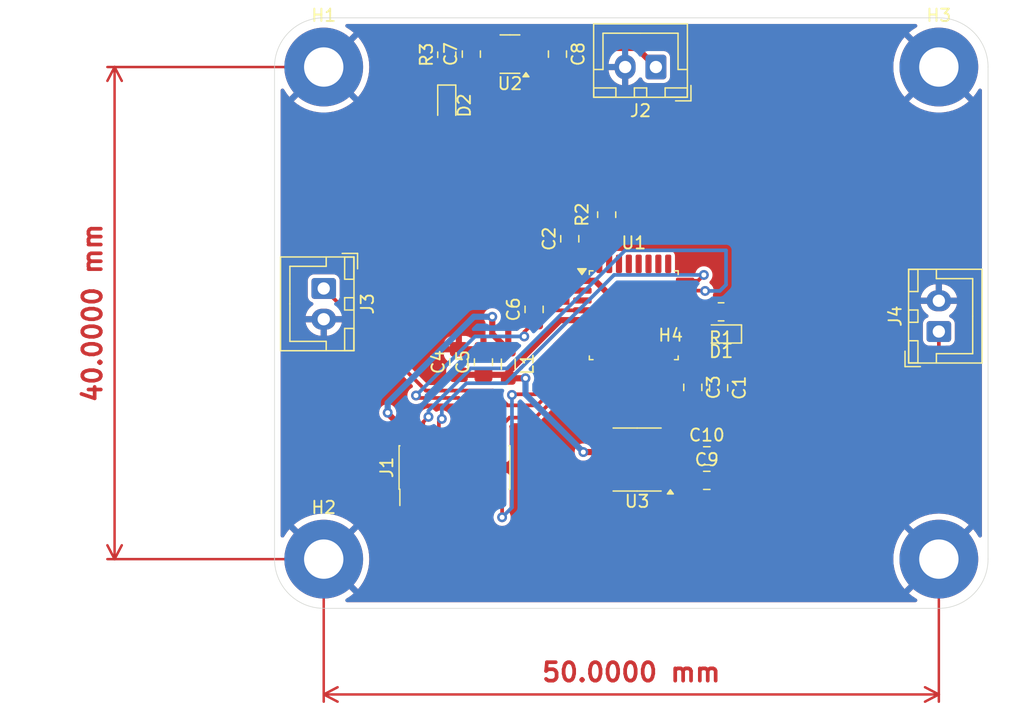
<source format=kicad_pcb>
(kicad_pcb (version 20221018) (generator pcbnew)
  (layers (0 "F.Cu" signal) (31 "B.Cu" signal) (34 "B.Paste" user) (35 "F.Paste" user) (36 "B.SilkS" user "B.Silkscreen") (37 "F.SilkS" user "F.Silkscreen") (38 "B.Mask" user) (39 "F.Mask" user) (44 "Edge.Cuts" user))
  (net 0 "")
  (net 1 "+3.3V")
  (net 2 "GND")
  (net 3 "+3.3VA")
  (net 4 "NRST")
  (net 5 "+5V")
  (net 6 "Net-(D1-K)")
  (net 7 "LED_STATUS")
  (net 8 "Net-(D2-K)")
  (net 11 "SWDIO")
  (net 15 "USART2_RX")
  (net 16 "USART2_TX")
  (net 17 "ADC_IN1")
  (net 18 "DAC_OUT")
  (net 19 "Net-(U1-PB9)")
  (net 22 "DAC_nLDAC")
  (net 23 "DAC_nCS")
  (net 24 "SPI1_SCK")
  (net 26 "SPI1_MOSI")
  (net 33 "SWCLK")
  (footprint "Capacitor_SMD:C_0805_2012Metric_Pad1.18x1.45mm_HandSolder" (layer "F.Cu") (at 97.1 59.7 90)
    (fp_text reference "C6" (at 0 -1.68 90) (layer "F.SilkS"))
    (fp_text value "100n")
    (fp_line (start -0.261252 -0.735) (end 0.261252 -0.735) (stroke (width 0.12)) (layer "F.SilkS"))
    (fp_line (start -0.261252 0.735) (end 0.261252 0.735) (stroke (width 0.12)) (layer "F.SilkS"))
    (pad "1" smd roundrect (at -1.0375 0 90) (size 1.175 1.45) (layers "F.Cu" "F.Paste" "F.Mask") (roundrect_rratio 0.212766) (net 4 "NRST"))
    (pad "2" smd roundrect (at 1.0375 0 90) (size 1.175 1.45) (layers "F.Cu" "F.Paste" "F.Mask") (roundrect_rratio 0.212766) (net 2 "GND"))
  )
  (footprint "Capacitor_SMD:C_0805_2012Metric_Pad1.18x1.45mm_HandSolder" (layer "F.Cu") (at 111.1375 73.6)
    (fp_text reference "C9" (at 0 -1.68) (layer "F.SilkS"))
    (fp_text value "100n")
    (fp_line (start -0.261252 -0.735) (end 0.261252 -0.735) (stroke (width 0.12)) (layer "F.SilkS"))
    (fp_line (start -0.261252 0.735) (end 0.261252 0.735) (stroke (width 0.12)) (layer "F.SilkS"))
    (pad "1" smd roundrect (at -1.0375 0) (size 1.175 1.45) (layers "F.Cu" "F.Paste" "F.Mask") (roundrect_rratio 0.212766) (net 3 "+3.3VA"))
    (pad "2" smd roundrect (at 1.0375 0) (size 1.175 1.45) (layers "F.Cu" "F.Paste" "F.Mask") (roundrect_rratio 0.212766) (net 2 "GND"))
  )
  (footprint "MountingHole:MountingHole_3.2mm_M3_Pad" (layer "F.Cu") (at 80 40)
    (fp_text reference "H1" (at 0 -4.2) (layer "F.SilkS"))
    (fp_text value "MountingHole_Pad")
    (pad "1" thru_hole circle (at 0 0) (size 6.4 6.4) (drill 3.2) (layers "*.Cu" "*.Mask") (net 2 "GND"))
  )
  (footprint "Capacitor_SMD:C_0805_2012Metric_Pad1.18x1.45mm_HandSolder" (layer "F.Cu") (at 111.1375 71.6)
    (fp_text reference "C10" (at 0 -1.68) (layer "F.SilkS"))
    (fp_text value "10u")
    (fp_line (start -0.261252 -0.735) (end 0.261252 -0.735) (stroke (width 0.12)) (layer "F.SilkS"))
    (fp_line (start -0.261252 0.735) (end 0.261252 0.735) (stroke (width 0.12)) (layer "F.SilkS"))
    (pad "1" smd roundrect (at -1.0375 0) (size 1.175 1.45) (layers "F.Cu" "F.Paste" "F.Mask") (roundrect_rratio 0.212766) (net 3 "+3.3VA"))
    (pad "2" smd roundrect (at 1.0375 0) (size 1.175 1.45) (layers "F.Cu" "F.Paste" "F.Mask") (roundrect_rratio 0.212766) (net 2 "GND"))
  )
  (footprint "MountingHole:MountingHole_3.2mm_M3_Pad" (layer "F.Cu") (at 130 80)
    (fp_text reference "H4" (at -21.8 -18.2) (layer "F.SilkS"))
    (fp_text value "MountingHole_Pad")
    (pad "1" thru_hole circle (at 0 0) (size 6.4 6.4) (drill 3.2) (layers "*.Cu" "*.Mask") (net 2 "GND"))
  )
  (footprint "LED_SMD:LED_0603_1608Metric_Pad1.05x0.95mm_HandSolder" (layer "F.Cu") (at 90 43.125 -90)
    (fp_text reference "D2" (at 0 -1.43 90) (layer "F.SilkS"))
    (fp_text value "GREEN LED")
    (fp_line (start -1.66 -0.735) (end -1.66 0.735) (stroke (width 0.12)) (layer "F.SilkS"))
    (fp_line (start -1.66 0.735) (end 0.8 0.735) (stroke (width 0.12)) (layer "F.SilkS"))
    (fp_line (start 0.8 -0.735) (end -1.66 -0.735) (stroke (width 0.12)) (layer "F.SilkS"))
    (pad "1" smd roundrect (at -0.875 0 270) (size 1.05 0.95) (layers "F.Cu" "F.Paste" "F.Mask") (net 8 "Net-(D2-K)"))
    (pad "2" smd roundrect (at 0.875 0 270) (size 1.05 0.95) (layers "F.Cu" "F.Paste" "F.Mask") (net 1 "+3.3V"))
  )
  (footprint "Connector_JST:JST_XH_B2B-XH-A_1x02_P2.50mm_Vertical" (layer "F.Cu") (at 80 58 -90)
    (fp_text reference "J3" (at 1.25 -3.55 90) (layer "F.SilkS"))
    (fp_text value "INPUT")
    (fp_line (start -2.85 -2.75) (end -2.85 -1.5) (stroke (width 0.12)) (layer "F.SilkS"))
    (fp_line (start -2.56 -2.46) (end -2.56 3.51) (stroke (width 0.12)) (layer "F.SilkS"))
    (fp_line (start -2.56 3.51) (end 5.06 3.51) (stroke (width 0.12)) (layer "F.SilkS"))
    (fp_line (start -2.55 -2.45) (end -2.55 -1.7) (stroke (width 0.12)) (layer "F.SilkS"))
    (fp_line (start -2.55 -1.7) (end -0.75 -1.7) (stroke (width 0.12)) (layer "F.SilkS"))
    (fp_line (start -2.55 -0.2) (end -1.8 -0.2) (stroke (width 0.12)) (layer "F.SilkS"))
    (fp_line (start -1.8 -0.2) (end -1.8 2.75) (stroke (width 0.12)) (layer "F.SilkS"))
    (fp_line (start -1.8 2.75) (end 1.25 2.75) (stroke (width 0.12)) (layer "F.SilkS"))
    (fp_line (start -1.6 -2.75) (end -2.85 -2.75) (stroke (width 0.12)) (layer "F.SilkS"))
    (fp_line (start -0.75 -2.45) (end -2.55 -2.45) (stroke (width 0.12)) (layer "F.SilkS"))
    (fp_line (start -0.75 -1.7) (end -0.75 -2.45) (stroke (width 0.12)) (layer "F.SilkS"))
    (fp_line (start 0.75 -2.45) (end 0.75 -1.7) (stroke (width 0.12)) (layer "F.SilkS"))
    (fp_line (start 0.75 -1.7) (end 1.75 -1.7) (stroke (width 0.12)) (layer "F.SilkS"))
    (fp_line (start 1.75 -2.45) (end 0.75 -2.45) (stroke (width 0.12)) (layer "F.SilkS"))
    (fp_line (start 1.75 -1.7) (end 1.75 -2.45) (stroke (width 0.12)) (layer "F.SilkS"))
    (fp_line (start 3.25 -2.45) (end 3.25 -1.7) (stroke (width 0.12)) (layer "F.SilkS"))
    (fp_line (start 3.25 -1.7) (end 5.05 -1.7) (stroke (width 0.12)) (layer "F.SilkS"))
    (fp_line (start 4.3 -0.2) (end 4.3 2.75) (stroke (width 0.12)) (layer "F.SilkS"))
    (fp_line (start 4.3 2.75) (end 1.25 2.75) (stroke (width 0.12)) (layer "F.SilkS"))
    (fp_line (start 5.05 -2.45) (end 3.25 -2.45) (stroke (width 0.12)) (layer "F.SilkS"))
    (fp_line (start 5.05 -1.7) (end 5.05 -2.45) (stroke (width 0.12)) (layer "F.SilkS"))
    (fp_line (start 5.05 -0.2) (end 4.3 -0.2) (stroke (width 0.12)) (layer "F.SilkS"))
    (fp_line (start 5.06 -2.46) (end -2.56 -2.46) (stroke (width 0.12)) (layer "F.SilkS"))
    (fp_line (start 5.06 3.51) (end 5.06 -2.46) (stroke (width 0.12)) (layer "F.SilkS"))
    (pad "1" thru_hole roundrect (at 0 0 270) (size 1.7 2) (drill 1) (layers "*.Cu" "*.Mask") (roundrect_rratio 0.147059) (net 17 "ADC_IN1"))
    (pad "2" thru_hole oval (at 2.5 0 270) (size 1.7 2) (drill 1) (layers "*.Cu" "*.Mask") (net 2 "GND"))
  )
  (footprint "Capacitor_SMD:C_0805_2012Metric_Pad1.18x1.45mm_HandSolder" (layer "F.Cu") (at 90.9825 63.98 90)
    (fp_text reference "C4" (at 0 -1.68 90) (layer "F.SilkS"))
    (fp_text value "1u")
    (fp_line (start -0.261252 -0.735) (end 0.261252 -0.735) (stroke (width 0.12)) (layer "F.SilkS"))
    (fp_line (start -0.261252 0.735) (end 0.261252 0.735) (stroke (width 0.12)) (layer "F.SilkS"))
    (pad "1" smd roundrect (at -1.0375 0 90) (size 1.175 1.45) (layers "F.Cu" "F.Paste" "F.Mask") (roundrect_rratio 0.212766) (net 3 "+3.3VA"))
    (pad "2" smd roundrect (at 1.0375 0 90) (size 1.175 1.45) (layers "F.Cu" "F.Paste" "F.Mask") (roundrect_rratio 0.212766) (net 2 "GND"))
  )
  (footprint "Capacitor_SMD:C_0805_2012Metric_Pad1.18x1.45mm_HandSolder" (layer "F.Cu") (at 112.1 66.075 -90)
    (fp_text reference "C1" (at 0 -1.68 90) (layer "F.SilkS"))
    (fp_text value "10u")
    (fp_line (start -0.261252 -0.735) (end 0.261252 -0.735) (stroke (width 0.12)) (layer "F.SilkS"))
    (fp_line (start -0.261252 0.735) (end 0.261252 0.735) (stroke (width 0.12)) (layer "F.SilkS"))
    (pad "1" smd roundrect (at -1.0375 0 270) (size 1.175 1.45) (layers "F.Cu" "F.Paste" "F.Mask") (roundrect_rratio 0.212766) (net 1 "+3.3V"))
    (pad "2" smd roundrect (at 1.0375 0 270) (size 1.175 1.45) (layers "F.Cu" "F.Paste" "F.Mask") (roundrect_rratio 0.212766) (net 2 "GND"))
  )
  (footprint "Resistor_SMD:R_0805_2012Metric_Pad1.20x1.40mm_HandSolder" (layer "F.Cu") (at 90 39 90)
    (fp_text reference "R3" (at 0 -1.65 90) (layer "F.SilkS"))
    (fp_text value "240")
    (fp_line (start -0.227064 -0.735) (end 0.227064 -0.735) (stroke (width 0.12)) (layer "F.SilkS"))
    (fp_line (start -0.227064 0.735) (end 0.227064 0.735) (stroke (width 0.12)) (layer "F.SilkS"))
    (pad "1" smd roundrect (at -1 0 90) (size 1.2 1.4) (layers "F.Cu" "F.Paste" "F.Mask") (roundrect_rratio 0.208333) (net 8 "Net-(D2-K)"))
    (pad "2" smd roundrect (at 1 0 90) (size 1.2 1.4) (layers "F.Cu" "F.Paste" "F.Mask") (roundrect_rratio 0.208333) (net 2 "GND"))
  )
  (footprint "Connector_JST:JST_XH_B2B-XH-A_1x02_P2.50mm_Vertical" (layer "F.Cu") (at 130 61.5 90)
    (fp_text reference "J4" (at 1.25 -3.55 90) (layer "F.SilkS"))
    (fp_text value "OUTPUT")
    (fp_line (start -2.85 -2.75) (end -2.85 -1.5) (stroke (width 0.12)) (layer "F.SilkS"))
    (fp_line (start -2.56 -2.46) (end -2.56 3.51) (stroke (width 0.12)) (layer "F.SilkS"))
    (fp_line (start -2.56 3.51) (end 5.06 3.51) (stroke (width 0.12)) (layer "F.SilkS"))
    (fp_line (start -2.55 -2.45) (end -2.55 -1.7) (stroke (width 0.12)) (layer "F.SilkS"))
    (fp_line (start -2.55 -1.7) (end -0.75 -1.7) (stroke (width 0.12)) (layer "F.SilkS"))
    (fp_line (start -2.55 -0.2) (end -1.8 -0.2) (stroke (width 0.12)) (layer "F.SilkS"))
    (fp_line (start -1.8 -0.2) (end -1.8 2.75) (stroke (width 0.12)) (layer "F.SilkS"))
    (fp_line (start -1.8 2.75) (end 1.25 2.75) (stroke (width 0.12)) (layer "F.SilkS"))
    (fp_line (start -1.6 -2.75) (end -2.85 -2.75) (stroke (width 0.12)) (layer "F.SilkS"))
    (fp_line (start -0.75 -2.45) (end -2.55 -2.45) (stroke (width 0.12)) (layer "F.SilkS"))
    (fp_line (start -0.75 -1.7) (end -0.75 -2.45) (stroke (width 0.12)) (layer "F.SilkS"))
    (fp_line (start 0.75 -2.45) (end 0.75 -1.7) (stroke (width 0.12)) (layer "F.SilkS"))
    (fp_line (start 0.75 -1.7) (end 1.75 -1.7) (stroke (width 0.12)) (layer "F.SilkS"))
    (fp_line (start 1.75 -2.45) (end 0.75 -2.45) (stroke (width 0.12)) (layer "F.SilkS"))
    (fp_line (start 1.75 -1.7) (end 1.75 -2.45) (stroke (width 0.12)) (layer "F.SilkS"))
    (fp_line (start 3.25 -2.45) (end 3.25 -1.7) (stroke (width 0.12)) (layer "F.SilkS"))
    (fp_line (start 3.25 -1.7) (end 5.05 -1.7) (stroke (width 0.12)) (layer "F.SilkS"))
    (fp_line (start 4.3 -0.2) (end 4.3 2.75) (stroke (width 0.12)) (layer "F.SilkS"))
    (fp_line (start 4.3 2.75) (end 1.25 2.75) (stroke (width 0.12)) (layer "F.SilkS"))
    (fp_line (start 5.05 -2.45) (end 3.25 -2.45) (stroke (width 0.12)) (layer "F.SilkS"))
    (fp_line (start 5.05 -1.7) (end 5.05 -2.45) (stroke (width 0.12)) (layer "F.SilkS"))
    (fp_line (start 5.05 -0.2) (end 4.3 -0.2) (stroke (width 0.12)) (layer "F.SilkS"))
    (fp_line (start 5.06 -2.46) (end -2.56 -2.46) (stroke (width 0.12)) (layer "F.SilkS"))
    (fp_line (start 5.06 3.51) (end 5.06 -2.46) (stroke (width 0.12)) (layer "F.SilkS"))
    (pad "1" thru_hole roundrect (at 0 0 90) (size 1.7 2) (drill 1) (layers "*.Cu" "*.Mask") (roundrect_rratio 0.147059) (net 18 "DAC_OUT"))
    (pad "2" thru_hole oval (at 2.5 0 90) (size 1.7 2) (drill 1) (layers "*.Cu" "*.Mask") (net 2 "GND"))
  )
  (footprint "Resistor_SMD:R_0805_2012Metric_Pad1.20x1.40mm_HandSolder" (layer "F.Cu") (at 112.3 59.9 180)
    (fp_text reference "R1" (at 0 -2.125) (layer "F.SilkS"))
    (fp_text value "180")
    (fp_line (start -0.227064 -0.735) (end 0.227064 -0.735) (stroke (width 0.12)) (layer "F.SilkS"))
    (fp_line (start -0.227064 0.735) (end 0.227064 0.735) (stroke (width 0.12)) (layer "F.SilkS"))
    (pad "1" smd roundrect (at -1 0 180) (size 1.2 1.4) (layers "F.Cu" "F.Paste" "F.Mask") (roundrect_rratio 0.208333) (net 6 "Net-(D1-K)"))
    (pad "2" smd roundrect (at 1 0 180) (size 1.2 1.4) (layers "F.Cu" "F.Paste" "F.Mask") (roundrect_rratio 0.208333) (net 2 "GND"))
  )
  (footprint "Package_TO_SOT_SMD:SOT-23-5" (layer "F.Cu") (at 95.1375 38.95 180)
    (fp_text reference "U2" (at 0 -2.4) (layer "F.SilkS"))
    (fp_text value "BU33SD5WG-TR")
    (fp_line (start 0 -1.56) (end -0.8 -1.56) (stroke (width 0.12)) (layer "F.SilkS"))
    (fp_line (start 0 -1.56) (end 0.8 -1.56) (stroke (width 0.12)) (layer "F.SilkS"))
    (fp_line (start 0 1.56) (end -0.8 1.56) (stroke (width 0.12)) (layer "F.SilkS"))
    (fp_line (start 0 1.56) (end 0.8 1.56) (stroke (width 0.12)) (layer "F.SilkS"))
    (fp_poly (pts (xy -1.3 -1.51) (xy -1.54 -1.84) (xy -1.06 -1.84) (xy -1.3 -1.51)) (stroke (width 0.12)) (fill solid) (layer "F.SilkS"))
    (pad "1" smd roundrect (at -1.1375 -0.95 180) (size 1.325 0.6) (layers "F.Cu" "F.Paste" "F.Mask") (net 5 "+5V"))
    (pad "2" smd roundrect (at -1.1375 0 180) (size 1.325 0.6) (layers "F.Cu" "F.Paste" "F.Mask") (net 2 "GND"))
    (pad "3" smd roundrect (at -1.1375 0.95 180) (size 1.325 0.6) (layers "F.Cu" "F.Paste" "F.Mask") (net 5 "+5V"))
    (pad "4" smd roundrect (at 1.1375 0.95 180) (size 1.325 0.6) (layers "F.Cu" "F.Paste" "F.Mask"))
    (pad "5" smd roundrect (at 1.1375 -0.95 180) (size 1.325 0.6) (layers "F.Cu" "F.Paste" "F.Mask") (net 1 "+3.3V"))
  )
  (footprint "Connector_PinHeader_1.27mm:PinHeader_2x07_P1.27mm_Vertical_SMD" (layer "F.Cu") (at 90.63 72.55 90)
    (fp_text reference "J1" (at 0 -5.505 90) (layer "F.SilkS"))
    (fp_text value "Conn_02x07_Odd_Even")
    (fp_line (start -3.09 -4.44) (end -1.765 -4.44) (stroke (width 0.12)) (layer "F.SilkS"))
    (fp_line (start -1.765 -4.505) (end -1.765 -4.44) (stroke (width 0.12)) (layer "F.SilkS"))
    (fp_line (start -1.765 -4.505) (end 1.765 -4.505) (stroke (width 0.12)) (layer "F.SilkS"))
    (fp_line (start -1.765 4.44) (end -1.765 4.505) (stroke (width 0.12)) (layer "F.SilkS"))
    (fp_line (start -1.765 4.505) (end 1.765 4.505) (stroke (width 0.12)) (layer "F.SilkS"))
    (fp_line (start 1.765 -4.505) (end 1.765 -4.44) (stroke (width 0.12)) (layer "F.SilkS"))
    (fp_line (start 1.765 4.44) (end 1.765 4.505) (stroke (width 0.12)) (layer "F.SilkS"))
    (pad "1" smd rect (at -1.95 -3.81 90) (size 2.4 0.74) (layers "F.Cu" "F.Paste" "F.Mask"))
    (pad "2" smd rect (at 1.95 -3.81 90) (size 2.4 0.74) (layers "F.Cu" "F.Paste" "F.Mask"))
    (pad "3" smd rect (at -1.95 -2.54 90) (size 2.4 0.74) (layers "F.Cu" "F.Paste" "F.Mask") (net 1 "+3.3V"))
    (pad "4" smd rect (at 1.95 -2.54 90) (size 2.4 0.74) (layers "F.Cu" "F.Paste" "F.Mask") (net 11 "SWDIO"))
    (pad "5" smd rect (at -1.95 -1.27 90) (size 2.4 0.74) (layers "F.Cu" "F.Paste" "F.Mask") (net 2 "GND"))
    (pad "6" smd rect (at 1.95 -1.27 90) (size 2.4 0.74) (layers "F.Cu" "F.Paste" "F.Mask") (net 33 "SWCLK"))
    (pad "7" smd rect (at -1.95 0 90) (size 2.4 0.74) (layers "F.Cu" "F.Paste" "F.Mask") (net 2 "GND"))
    (pad "8" smd rect (at 1.95 0 90) (size 2.4 0.74) (layers "F.Cu" "F.Paste" "F.Mask"))
    (pad "9" smd rect (at -1.95 1.27 90) (size 2.4 0.74) (layers "F.Cu" "F.Paste" "F.Mask"))
    (pad "10" smd rect (at 1.95 1.27 90) (size 2.4 0.74) (layers "F.Cu" "F.Paste" "F.Mask"))
    (pad "11" smd rect (at -1.95 2.54 90) (size 2.4 0.74) (layers "F.Cu" "F.Paste" "F.Mask") (net 2 "GND"))
    (pad "12" smd rect (at 1.95 2.54 90) (size 2.4 0.74) (layers "F.Cu" "F.Paste" "F.Mask") (net 4 "NRST"))
    (pad "13" smd rect (at -1.95 3.81 90) (size 2.4 0.74) (layers "F.Cu" "F.Paste" "F.Mask") (net 15 "USART2_RX"))
    (pad "14" smd rect (at 1.95 3.81 90) (size 2.4 0.74) (layers "F.Cu" "F.Paste" "F.Mask") (net 16 "USART2_TX"))
  )
  (footprint "LED_SMD:LED_0603_1608Metric_Pad1.05x0.95mm_HandSolder" (layer "F.Cu") (at 112.3 61.7 180)
    (fp_text reference "D1" (at 0 -1.43) (layer "F.SilkS"))
    (fp_text value "ORANGE")
    (fp_line (start -1.66 -0.735) (end -1.66 0.735) (stroke (width 0.12)) (layer "F.SilkS"))
    (fp_line (start -1.66 0.735) (end 0.8 0.735) (stroke (width 0.12)) (layer "F.SilkS"))
    (fp_line (start 0.8 -0.735) (end -1.66 -0.735) (stroke (width 0.12)) (layer "F.SilkS"))
    (pad "1" smd roundrect (at -0.875 0 180) (size 1.05 0.95) (layers "F.Cu" "F.Paste" "F.Mask") (net 6 "Net-(D1-K)"))
    (pad "2" smd roundrect (at 0.875 0 180) (size 1.05 0.95) (layers "F.Cu" "F.Paste" "F.Mask") (net 7 "LED_STATUS"))
  )
  (footprint "Inductor_SMD:L_0805_2012Metric_Pad1.05x1.20mm_HandSolder" (layer "F.Cu") (at 95 64.15 -90)
    (fp_text reference "L1" (at 0 -1.55 90) (layer "F.SilkS"))
    (fp_text value "39n")
    (fp_line (start -0.410242 -0.56) (end 0.410242 -0.56) (stroke (width 0.12)) (layer "F.SilkS"))
    (fp_line (start -0.410242 0.56) (end 0.410242 0.56) (stroke (width 0.12)) (layer "F.SilkS"))
    (pad "1" smd roundrect (at -1.15 0 270) (size 1.05 1.2) (layers "F.Cu" "F.Paste" "F.Mask") (roundrect_rratio 0.238095) (net 1 "+3.3V"))
    (pad "2" smd roundrect (at 1.15 0 270) (size 1.05 1.2) (layers "F.Cu" "F.Paste" "F.Mask") (roundrect_rratio 0.238095) (net 3 "+3.3VA"))
  )
  (footprint "Capacitor_SMD:C_0805_2012Metric_Pad1.18x1.45mm_HandSolder" (layer "F.Cu") (at 92.9825 63.98 90)
    (fp_text reference "C5" (at 0 -1.68 90) (layer "F.SilkS"))
    (fp_text value "100n")
    (fp_line (start -0.261252 -0.735) (end 0.261252 -0.735) (stroke (width 0.12)) (layer "F.SilkS"))
    (fp_line (start -0.261252 0.735) (end 0.261252 0.735) (stroke (width 0.12)) (layer "F.SilkS"))
    (pad "1" smd roundrect (at -1.0375 0 90) (size 1.175 1.45) (layers "F.Cu" "F.Paste" "F.Mask") (roundrect_rratio 0.212766) (net 3 "+3.3VA"))
    (pad "2" smd roundrect (at 1.0375 0 90) (size 1.175 1.45) (layers "F.Cu" "F.Paste" "F.Mask") (roundrect_rratio 0.212766) (net 2 "GND"))
  )
  (footprint "Capacitor_SMD:C_0805_2012Metric_Pad1.18x1.45mm_HandSolder" (layer "F.Cu") (at 92 38.95 90)
    (fp_text reference "C7" (at 0 -1.68 90) (layer "F.SilkS"))
    (fp_text value "1uF")
    (fp_line (start -0.261252 -0.735) (end 0.261252 -0.735) (stroke (width 0.12)) (layer "F.SilkS"))
    (fp_line (start -0.261252 0.735) (end 0.261252 0.735) (stroke (width 0.12)) (layer "F.SilkS"))
    (pad "1" smd roundrect (at -1.0375 0 90) (size 1.175 1.45) (layers "F.Cu" "F.Paste" "F.Mask") (roundrect_rratio 0.212766) (net 1 "+3.3V"))
    (pad "2" smd roundrect (at 1.0375 0 90) (size 1.175 1.45) (layers "F.Cu" "F.Paste" "F.Mask") (roundrect_rratio 0.212766) (net 2 "GND"))
  )
  (footprint "Capacitor_SMD:C_0805_2012Metric_Pad1.18x1.45mm_HandSolder" (layer "F.Cu") (at 99 38.95 -90)
    (fp_text reference "C8" (at 0 -1.68 -90) (layer "F.SilkS"))
    (fp_text value "1uF")
    (fp_line (start -0.261252 -0.735) (end 0.261252 -0.735) (stroke (width 0.12)) (layer "F.SilkS"))
    (fp_line (start -0.261252 0.735) (end 0.261252 0.735) (stroke (width 0.12)) (layer "F.SilkS"))
    (pad "1" smd roundrect (at -1.0375 0 270) (size 1.175 1.45) (layers "F.Cu" "F.Paste" "F.Mask") (roundrect_rratio 0.212766) (net 5 "+5V"))
    (pad "2" smd roundrect (at 1.0375 0 270) (size 1.175 1.45) (layers "F.Cu" "F.Paste" "F.Mask") (roundrect_rratio 0.212766) (net 2 "GND"))
  )
  (footprint "Connector_JST:JST_XH_B2B-XH-A_1x02_P2.50mm_Vertical" (layer "F.Cu") (at 107 40 180)
    (fp_text reference "J2" (at 1.25 -3.55) (layer "F.SilkS"))
    (fp_text value "POWER")
    (fp_line (start -2.85 -2.75) (end -2.85 -1.5) (stroke (width 0.12)) (layer "F.SilkS"))
    (fp_line (start -2.56 -2.46) (end -2.56 3.51) (stroke (width 0.12)) (layer "F.SilkS"))
    (fp_line (start -2.56 3.51) (end 5.06 3.51) (stroke (width 0.12)) (layer "F.SilkS"))
    (fp_line (start -2.55 -2.45) (end -2.55 -1.7) (stroke (width 0.12)) (layer "F.SilkS"))
    (fp_line (start -2.55 -1.7) (end -0.75 -1.7) (stroke (width 0.12)) (layer "F.SilkS"))
    (fp_line (start -2.55 -0.2) (end -1.8 -0.2) (stroke (width 0.12)) (layer "F.SilkS"))
    (fp_line (start -1.8 -0.2) (end -1.8 2.75) (stroke (width 0.12)) (layer "F.SilkS"))
    (fp_line (start -1.8 2.75) (end 1.25 2.75) (stroke (width 0.12)) (layer "F.SilkS"))
    (fp_line (start -1.6 -2.75) (end -2.85 -2.75) (stroke (width 0.12)) (layer "F.SilkS"))
    (fp_line (start -0.75 -2.45) (end -2.55 -2.45) (stroke (width 0.12)) (layer "F.SilkS"))
    (fp_line (start -0.75 -1.7) (end -0.75 -2.45) (stroke (width 0.12)) (layer "F.SilkS"))
    (fp_line (start 0.75 -2.45) (end 0.75 -1.7) (stroke (width 0.12)) (layer "F.SilkS"))
    (fp_line (start 0.75 -1.7) (end 1.75 -1.7) (stroke (width 0.12)) (layer "F.SilkS"))
    (fp_line (start 1.75 -2.45) (end 0.75 -2.45) (stroke (width 0.12)) (layer "F.SilkS"))
    (fp_line (start 1.75 -1.7) (end 1.75 -2.45) (stroke (width 0.12)) (layer "F.SilkS"))
    (fp_line (start 3.25 -2.45) (end 3.25 -1.7) (stroke (width 0.12)) (layer "F.SilkS"))
    (fp_line (start 3.25 -1.7) (end 5.05 -1.7) (stroke (width 0.12)) (layer "F.SilkS"))
    (fp_line (start 4.3 -0.2) (end 4.3 2.75) (stroke (width 0.12)) (layer "F.SilkS"))
    (fp_line (start 4.3 2.75) (end 1.25 2.75) (stroke (width 0.12)) (layer "F.SilkS"))
    (fp_line (start 5.05 -2.45) (end 3.25 -2.45) (stroke (width 0.12)) (layer "F.SilkS"))
    (fp_line (start 5.05 -1.7) (end 5.05 -2.45) (stroke (width 0.12)) (layer "F.SilkS"))
    (fp_line (start 5.05 -0.2) (end 4.3 -0.2) (stroke (width 0.12)) (layer "F.SilkS"))
    (fp_line (start 5.06 -2.46) (end -2.56 -2.46) (stroke (width 0.12)) (layer "F.SilkS"))
    (fp_line (start 5.06 3.51) (end 5.06 -2.46) (stroke (width 0.12)) (layer "F.SilkS"))
    (pad "1" thru_hole roundrect (at 0 0 180) (size 1.7 2) (drill 1) (layers "*.Cu" "*.Mask") (roundrect_rratio 0.147059) (net 5 "+5V"))
    (pad "2" thru_hole oval (at 2.5 0 180) (size 1.7 2) (drill 1) (layers "*.Cu" "*.Mask") (net 2 "GND"))
  )
  (footprint "MountingHole:MountingHole_3.2mm_M3_Pad" (layer "F.Cu") (at 80 80)
    (fp_text reference "H2" (at 0 -4.2) (layer "F.SilkS"))
    (fp_text value "MountingHole_Pad")
    (pad "1" thru_hole circle (at 0 0) (size 6.4 6.4) (drill 3.2) (layers "*.Cu" "*.Mask") (net 2 "GND"))
  )
  (footprint "Package_QFP:LQFP-32_7x7mm_P0.8mm" (layer "F.Cu") (at 105.2 60.175)
    (fp_text reference "U1" (at 0 -5.88) (layer "F.SilkS"))
    (fp_text value "STM32L021K4Tx")
    (fp_line (start -3.61 -3.61) (end -3.61 -3.31) (stroke (width 0.12)) (layer "F.SilkS"))
    (fp_line (start -3.61 3.61) (end -3.61 3.31) (stroke (width 0.12)) (layer "F.SilkS"))
    (fp_line (start -3.31 -3.61) (end -3.61 -3.61) (stroke (width 0.12)) (layer "F.SilkS"))
    (fp_line (start -3.31 3.61) (end -3.61 3.61) (stroke (width 0.12)) (layer "F.SilkS"))
    (fp_line (start 3.31 -3.61) (end 3.61 -3.61) (stroke (width 0.12)) (layer "F.SilkS"))
    (fp_line (start 3.31 3.61) (end 3.61 3.61) (stroke (width 0.12)) (layer "F.SilkS"))
    (fp_line (start 3.61 -3.61) (end 3.61 -3.31) (stroke (width 0.12)) (layer "F.SilkS"))
    (fp_line (start 3.61 3.61) (end 3.61 3.31) (stroke (width 0.12)) (layer "F.SilkS"))
    (fp_poly (pts (xy -4.2125 -3.31) (xy -4.5525 -3.78) (xy -3.8725 -3.78) (xy -4.2125 -3.31)) (stroke (width 0.12)) (fill solid) (layer "F.SilkS"))
    (pad "1" smd roundrect (at -4.175 -2.8) (size 1.5 0.5) (layers "F.Cu" "F.Paste" "F.Mask") (net 1 "+3.3V"))
    (pad "2" smd roundrect (at -4.175 -2) (size 1.5 0.5) (layers "F.Cu" "F.Paste" "F.Mask"))
    (pad "3" smd roundrect (at -4.175 -1.2) (size 1.5 0.5) (layers "F.Cu" "F.Paste" "F.Mask"))
    (pad "4" smd roundrect (at -4.175 -0.4) (size 1.5 0.5) (layers "F.Cu" "F.Paste" "F.Mask") (net 4 "NRST"))
    (pad "5" smd roundrect (at -4.175 0.4) (size 1.5 0.5) (layers "F.Cu" "F.Paste" "F.Mask") (net 3 "+3.3VA"))
    (pad "6" smd roundrect (at -4.175 1.2) (size 1.5 0.5) (layers "F.Cu" "F.Paste" "F.Mask") (net 15 "USART2_RX"))
    (pad "7" smd roundrect (at -4.175 2) (size 1.5 0.5) (layers "F.Cu" "F.Paste" "F.Mask") (net 17 "ADC_IN1"))
    (pad "8" smd roundrect (at -4.175 2.8) (size 1.5 0.5) (layers "F.Cu" "F.Paste" "F.Mask") (net 16 "USART2_TX"))
    (pad "9" smd roundrect (at -2.8 4.175) (size 0.5 1.5) (layers "F.Cu" "F.Paste" "F.Mask") (net 22 "DAC_nLDAC"))
    (pad "10" smd roundrect (at -2 4.175) (size 0.5 1.5) (layers "F.Cu" "F.Paste" "F.Mask") (net 23 "DAC_nCS"))
    (pad "11" smd roundrect (at -1.2 4.175) (size 0.5 1.5) (layers "F.Cu" "F.Paste" "F.Mask") (net 24 "SPI1_SCK"))
    (pad "12" smd roundrect (at -0.4 4.175) (size 0.5 1.5) (layers "F.Cu" "F.Paste" "F.Mask"))
    (pad "13" smd roundrect (at 0.4 4.175) (size 0.5 1.5) (layers "F.Cu" "F.Paste" "F.Mask") (net 26 "SPI1_MOSI"))
    (pad "14" smd roundrect (at 1.2 4.175) (size 0.5 1.5) (layers "F.Cu" "F.Paste" "F.Mask"))
    (pad "15" smd roundrect (at 2 4.175) (size 0.5 1.5) (layers "F.Cu" "F.Paste" "F.Mask"))
    (pad "16" smd roundrect (at 2.8 4.175) (size 0.5 1.5) (layers "F.Cu" "F.Paste" "F.Mask") (net 2 "GND"))
    (pad "17" smd roundrect (at 4.175 2.8) (size 1.5 0.5) (layers "F.Cu" "F.Paste" "F.Mask") (net 1 "+3.3V"))
    (pad "18" smd roundrect (at 4.175 2) (size 1.5 0.5) (layers "F.Cu" "F.Paste" "F.Mask") (net 7 "LED_STATUS"))
    (pad "19" smd roundrect (at 4.175 1.2) (size 1.5 0.5) (layers "F.Cu" "F.Paste" "F.Mask"))
    (pad "20" smd roundrect (at 4.175 0.4) (size 1.5 0.5) (layers "F.Cu" "F.Paste" "F.Mask"))
    (pad "21" smd roundrect (at 4.175 -0.4) (size 1.5 0.5) (layers "F.Cu" "F.Paste" "F.Mask"))
    (pad "22" smd roundrect (at 4.175 -1.2) (size 1.5 0.5) (layers "F.Cu" "F.Paste" "F.Mask"))
    (pad "23" smd roundrect (at 4.175 -2) (size 1.5 0.5) (layers "F.Cu" "F.Paste" "F.Mask") (net 11 "SWDIO"))
    (pad "24" smd roundrect (at 4.175 -2.8) (size 1.5 0.5) (layers "F.Cu" "F.Paste" "F.Mask") (net 33 "SWCLK"))
    (pad "25" smd roundrect (at 2.8 -4.175) (size 0.5 1.5) (layers "F.Cu" "F.Paste" "F.Mask"))
    (pad "26" smd roundrect (at 2 -4.175) (size 0.5 1.5) (layers "F.Cu" "F.Paste" "F.Mask"))
    (pad "27" smd roundrect (at 1.2 -4.175) (size 0.5 1.5) (layers "F.Cu" "F.Paste" "F.Mask"))
    (pad "28" smd roundrect (at 0.4 -4.175) (size 0.5 1.5) (layers "F.Cu" "F.Paste" "F.Mask"))
    (pad "29" smd roundrect (at -0.4 -4.175) (size 0.5 1.5) (layers "F.Cu" "F.Paste" "F.Mask"))
    (pad "30" smd roundrect (at -1.2 -4.175) (size 0.5 1.5) (layers "F.Cu" "F.Paste" "F.Mask"))
    (pad "31" smd roundrect (at -2 -4.175) (size 0.5 1.5) (layers "F.Cu" "F.Paste" "F.Mask") (net 19 "Net-(U1-PB9)"))
    (pad "32" smd roundrect (at -2.8 -4.175) (size 0.5 1.5) (layers "F.Cu" "F.Paste" "F.Mask") (net 2 "GND"))
  )
  (footprint "Capacitor_SMD:C_0805_2012Metric_Pad1.18x1.45mm_HandSolder" (layer "F.Cu") (at 100 53.9625 90)
    (fp_text reference "C2" (at 0 -1.68 90) (layer "F.SilkS"))
    (fp_text value "100n")
    (fp_line (start -0.261252 -0.735) (end 0.261252 -0.735) (stroke (width 0.12)) (layer "F.SilkS"))
    (fp_line (start -0.261252 0.735) (end 0.261252 0.735) (stroke (width 0.12)) (layer "F.SilkS"))
    (pad "1" smd roundrect (at -1.0375 0 90) (size 1.175 1.45) (layers "F.Cu" "F.Paste" "F.Mask") (roundrect_rratio 0.212766) (net 1 "+3.3V"))
    (pad "2" smd roundrect (at 1.0375 0 90) (size 1.175 1.45) (layers "F.Cu" "F.Paste" "F.Mask") (roundrect_rratio 0.212766) (net 2 "GND"))
  )
  (footprint "Package_SO:SOIC-8_3.9x4.9mm_P1.27mm" (layer "F.Cu") (at 105.475 71.905 180)
    (fp_text reference "U3" (at 0 -3.4) (layer "F.SilkS"))
    (fp_text value "MCP4801-E/SN")
    (fp_line (start 0 -2.56) (end -1.95 -2.56) (stroke (width 0.12)) (layer "F.SilkS"))
    (fp_line (start 0 -2.56) (end 1.95 -2.56) (stroke (width 0.12)) (layer "F.SilkS"))
    (fp_line (start 0 2.56) (end -1.95 2.56) (stroke (width 0.12)) (layer "F.SilkS"))
    (fp_line (start 0 2.56) (end 1.95 2.56) (stroke (width 0.12)) (layer "F.SilkS"))
    (fp_poly (pts (xy -2.7 -2.465) (xy -2.94 -2.795) (xy -2.46 -2.795) (xy -2.7 -2.465)) (stroke (width 0.12)) (fill solid) (layer "F.SilkS"))
    (pad "1" smd roundrect (at -2.475 -1.905 180) (size 1.95 0.6) (layers "F.Cu" "F.Paste" "F.Mask") (net 3 "+3.3VA"))
    (pad "2" smd roundrect (at -2.475 -0.635 180) (size 1.95 0.6) (layers "F.Cu" "F.Paste" "F.Mask") (net 23 "DAC_nCS"))
    (pad "3" smd roundrect (at -2.475 0.635 180) (size 1.95 0.6) (layers "F.Cu" "F.Paste" "F.Mask") (net 24 "SPI1_SCK"))
    (pad "4" smd roundrect (at -2.475 1.905 180) (size 1.95 0.6) (layers "F.Cu" "F.Paste" "F.Mask") (net 26 "SPI1_MOSI"))
    (pad "5" smd roundrect (at 2.475 1.905 180) (size 1.95 0.6) (layers "F.Cu" "F.Paste" "F.Mask") (net 22 "DAC_nLDAC"))
    (pad "6" smd roundrect (at 2.475 0.635 180) (size 1.95 0.6) (layers "F.Cu" "F.Paste" "F.Mask") (net 3 "+3.3VA"))
    (pad "7" smd roundrect (at 2.475 -0.635 180) (size 1.95 0.6) (layers "F.Cu" "F.Paste" "F.Mask") (net 2 "GND"))
    (pad "8" smd roundrect (at 2.475 -1.905 180) (size 1.95 0.6) (layers "F.Cu" "F.Paste" "F.Mask") (net 18 "DAC_OUT"))
  )
  (footprint "MountingHole:MountingHole_3.2mm_M3_Pad" (layer "F.Cu") (at 130 40)
    (fp_text reference "H3" (at 0 -4.2) (layer "F.SilkS"))
    (fp_text value "MountingHole_Pad")
    (pad "1" thru_hole circle (at 0 0) (size 6.4 6.4) (drill 3.2) (layers "*.Cu" "*.Mask") (net 2 "GND"))
  )
  (footprint "Resistor_SMD:R_0805_2012Metric_Pad1.20x1.40mm_HandSolder" (layer "F.Cu") (at 103 52 90)
    (fp_text reference "R2" (at 0 -2 90) (layer "F.SilkS"))
    (fp_text value "100k")
    (fp_line (start -0.227064 -0.735) (end 0.227064 -0.735) (stroke (width 0.12)) (layer "F.SilkS"))
    (fp_line (start -0.227064 0.735) (end 0.227064 0.735) (stroke (width 0.12)) (layer "F.SilkS"))
    (pad "1" smd roundrect (at -1 0 90) (size 1.2 1.4) (layers "F.Cu" "F.Paste" "F.Mask") (roundrect_rratio 0.208333) (net 19 "Net-(U1-PB9)"))
    (pad "2" smd roundrect (at 1 0 90) (size 1.2 1.4) (layers "F.Cu" "F.Paste" "F.Mask") (roundrect_rratio 0.208333) (net 2 "GND"))
  )
  (footprint "Capacitor_SMD:C_0805_2012Metric_Pad1.18x1.45mm_HandSolder" (layer "F.Cu") (at 110 66.0375 -90)
    (fp_text reference "C3" (at 0 -1.68 90) (layer "F.SilkS"))
    (fp_text value "100n")
    (fp_line (start -0.261252 -0.735) (end 0.261252 -0.735) (stroke (width 0.12)) (layer "F.SilkS"))
    (fp_line (start -0.261252 0.735) (end 0.261252 0.735) (stroke (width 0.12)) (layer "F.SilkS"))
    (pad "1" smd roundrect (at -1.0375 0 270) (size 1.175 1.45) (layers "F.Cu" "F.Paste" "F.Mask") (roundrect_rratio 0.212766) (net 1 "+3.3V"))
    (pad "2" smd roundrect (at 1.0375 0 270) (size 1.175 1.45) (layers "F.Cu" "F.Paste" "F.Mask") (roundrect_rratio 0.212766) (net 2 "GND"))
  )
  (gr_arc (start 80 84) (mid 77.171573 82.828427) (end 76 80) (stroke (width 0.05)) (layer "Edge.Cuts"))
  (gr_line (start 134 40) (end 134 80) (stroke (width 0.05)) (layer "Edge.Cuts"))
  (gr_arc (start 134 80) (mid 132.828427 82.828427) (end 130 84) (stroke (width 0.05)) (layer "Edge.Cuts"))
  (gr_arc (start 130 36) (mid 132.828427 37.171573) (end 134 40) (stroke (width 0.05)) (layer "Edge.Cuts"))
  (gr_line (start 130 84) (end 80 84) (stroke (width 0.05)) (layer "Edge.Cuts"))
  (gr_arc (start 76 40) (mid 77.171573 37.171573) (end 80 36) (stroke (width 0.05)) (layer "Edge.Cuts"))
  (gr_line (start 80 36) (end 130 36) (stroke (width 0.05)) (layer "Edge.Cuts"))
  (gr_line (start 76 80) (end 76 40) (stroke (width 0.05)) (layer "Edge.Cuts"))
  (dimension (type aligned) (layer "F.Cu") (pts (xy 80 80) (xy 130 80)) (height 11) (gr_text "50.0000 mm" (at 105 89.2) (layer "F.Cu") (effects (font (size 1.5 1.5) (thickness 0.3)))) (format (prefix "") (suffix "") (units 3) (units_format 1) (precision 4)) (style (thickness 0.2) (arrow_length 1.27) (text_position_mode 0) (extension_height 0.58642) (extension_offset 0.5) keep_text_aligned))
  (dimension (type aligned) (layer "F.Cu") (pts (xy 80 40) (xy 80 80)) (height 17) (gr_text "40.0000 mm" (at 61.2 60 90) (layer "F.Cu") (effects (font (size 1.5 1.5) (thickness 0.3)))) (format (prefix "") (suffix "") (units 3) (units_format 1) (precision 4)) (style (thickness 0.2) (arrow_length 1.27) (text_position_mode 0) (extension_height 0.58642) (extension_offset 0.5) keep_text_aligned))
  (segment (start 110.0375 65.0375) (end 110 65) (width 0.5) (layer "F.Cu") (net 1))
  (segment (start 90 45) (end 100 55) (width 0.5) (layer "F.Cu") (net 1))
  (segment (start 93.7 60.3) (end 93.7 61.7) (width 0.5) (layer "F.Cu") (net 1))
  (segment (start 100 55) (end 100 56.35) (width 0.5) (layer "F.Cu") (net 1))
  (segment (start 90 44) (end 92 42) (width 0.5) (layer "F.Cu") (net 1))
  (segment (start 92 42) (end 92 39.9) (width 0.5) (layer "F.Cu") (net 1))
  (segment (start 100 56.35) (end 101.025 57.375) (width 0.5) (layer "F.Cu") (net 1))
  (segment (start 93.7 61.7) (end 95 63) (width 0.5) (layer "F.Cu") (net 1))
  (segment (start 95.925 57.375) (end 95 58.3) (width 0.5) (layer "F.Cu") (net 1))
  (segment (start 88.09 73.1) (end 88.09 74.5) (width 0.5) (layer "F.Cu") (net 1))
  (segment (start 85.9 72.35) (end 86.15 72.6) (width 0.5) (layer "F.Cu") (net 1))
  (segment (start 95 58.3) (end 95 63) (width 0.5) (layer "F.Cu") (net 1))
  (segment (start 85.9 68.85) (end 85.9 72.35) (width 0.5) (layer "F.Cu") (net 1))
  (segment (start 87.59 72.6) (end 88.09 73.1) (width 0.5) (layer "F.Cu") (net 1))
  (segment (start 101.025 57.375) (end 102.066942 57.375) (width 0.5) (layer "F.Cu") (net 1))
  (segment (start 92 39.9) (end 94 39.9) (width 0.5) (layer "F.Cu") (net 1))
  (segment (start 107.666942 62.975) (end 109.375 62.975) (width 0.5) (layer "F.Cu") (net 1))
  (segment (start 85.2 68.15) (end 85.9 68.85) (width 0.5) (layer "F.Cu") (net 1))
  (segment (start 112.1 65.0375) (end 110.0375 65.0375) (width 0.5) (layer "F.Cu") (net 1))
  (segment (start 86.15 72.6) (end 87.59 72.6) (width 0.5) (layer "F.Cu") (net 1))
  (segment (start 90 44) (end 90 45) (width 0.5) (layer "F.Cu") (net 1))
  (segment (start 85.2 68.1) (end 85.2 68.15) (width 0.5) (layer "F.Cu") (net 1))
  (segment (start 101.025 57.375) (end 95.925 57.375) (width 0.5) (layer "F.Cu") (net 1))
  (segment (start 102.066942 57.375) (end 107.666942 62.975) (width 0.5) (layer "F.Cu") (net 1))
  (segment (start 109.375 62.975) (end 109.375 64.375) (width 0.5) (layer "F.Cu") (net 1))
  (segment (start 109.375 64.375) (end 110 65) (width 0.5) (layer "F.Cu") (net 1))
  (via (at 85.2 68.1) (size 0.8) (drill 0.4) (layers "F.Cu" "B.Cu") (net 1))
  (via (at 93.7 60.3) (size 0.8) (drill 0.4) (layers "F.Cu" "B.Cu") (net 1))
  (segment (start 92.2 60.3) (end 93.7 60.3) (width 0.5) (layer "B.Cu") (net 1))
  (segment (start 85.2 67.3) (end 92.2 60.3) (width 0.5) (layer "B.Cu") (net 1))
  (segment (start 85.2 68.1) (end 85.2 67.3) (width 0.5) (layer "B.Cu") (net 1))
  (segment (start 107.95 73.81) (end 109.89 73.81) (width 0.5) (layer "F.Cu") (net 3))
  (segment (start 95 64.8) (end 95 65.3) (width 0.5) (layer "F.Cu") (net 3))
  (segment (start 95 65.3) (end 96.2 65.3) (width 0.5) (layer "F.Cu") (net 3))
  (segment (start 90.9825 65.0175) (end 94.7175 65.0175) (width 0.5) (layer "F.Cu") (net 3))
  (segment (start 103 71.27) (end 104.17 71.27) (width 0.5) (layer "F.Cu") (net 3))
  (segment (start 106.71 73.81) (end 107.95 73.81) (width 0.5) (layer "F.Cu") (net 3))
  (segment (start 96.2 65.3) (end 96.4 65.3) (width 0.5) (layer "F.Cu") (net 3))
  (segment (start 94.7175 65.0175) (end 95 65.3) (width 0.5) (layer "F.Cu") (net 3))
  (segment (start 109.89 73.81) (end 110.1 73.6) (width 0.5) (layer "F.Cu") (net 3))
  (segment (start 99.225 60.575) (end 95 64.8) (width 0.5) (layer "F.Cu") (net 3))
  (segment (start 101.1 71.3) (end 102.97 71.3) (width 0.5) (layer "F.Cu") (net 3))
  (segment (start 102.97 71.3) (end 103 71.27) (width 0.5) (layer "F.Cu") (net 3))
  (segment (start 104.17 71.27) (end 106.71 73.81) (width 0.5) (layer "F.Cu") (net 3))
  (segment (start 101.025 60.575) (end 99.225 60.575) (width 0.5) (layer "F.Cu") (net 3))
  (segment (start 110.1 71.6) (end 110.1 73.6) (width 0.5) (layer "F.Cu") (net 3))
  (via (at 96.4 65.3) (size 0.8) (drill 0.4) (layers "F.Cu" "B.Cu") (net 3))
  (via (at 101.1 71.3) (size 0.8) (drill 0.4) (layers "F.Cu" "B.Cu") (net 3))
  (segment (start 96.4 65.3) (end 96.4 66.6) (width 0.5) (layer "B.Cu") (net 3))
  (segment (start 96.4 66.6) (end 101.1 71.3) (width 0.5) (layer "B.Cu") (net 3))
  (segment (start 96.3 61.5375) (end 97.1 60.7375) (width 0.3) (layer "F.Cu") (net 4))
  (segment (start 93.17 70.6) (end 93.17 69.1) (width 0.3) (layer "F.Cu") (net 4))
  (segment (start 96.3 61.9) (end 96.3 61.5375) (width 0.3) (layer "F.Cu") (net 4))
  (segment (start 98.0625 59.775) (end 97.1 60.7375) (width 0.3) (layer "F.Cu") (net 4))
  (segment (start 93.17 69.1) (end 90.97 66.9) (width 0.3) (layer "F.Cu") (net 4))
  (segment (start 87.697918 66.9) (end 87.498959 66.701041) (width 0.3) (layer "F.Cu") (net 4))
  (segment (start 90.97 66.9) (end 87.697918 66.9) (width 0.3) (layer "F.Cu") (net 4))
  (segment (start 101.025 59.775) (end 98.0625 59.775) (width 0.3) (layer "F.Cu") (net 4))
  (via (at 96.3 61.9) (size 0.8) (drill 0.4) (layers "F.Cu" "B.Cu") (net 4))
  (via (at 87.498959 66.701041) (size 0.8) (drill 0.4) (layers "F.Cu" "B.Cu") (net 4))
  (segment (start 87.498959 66.701041) (end 92.3 61.9) (width 0.3) (layer "B.Cu") (net 4))
  (segment (start 92.3 61.9) (end 96.3 61.9) (width 0.3) (layer "B.Cu") (net 4))
  (segment (start 105.45 38.45) (end 107 40) (width 0.5) (layer "F.Cu") (net 5))
  (segment (start 97.4875 39.394106) (end 97.4875 38.505894) (width 0.5) (layer "F.Cu") (net 5))
  (segment (start 97.543394 38.45) (end 105.45 38.45) (width 0.5) (layer "F.Cu") (net 5))
  (segment (start 96.981606 39.9) (end 97.4875 39.394106) (width 0.5) (layer "F.Cu") (net 5))
  (segment (start 97.4875 38.505894) (end 97.543394 38.45) (width 0.5) (layer "F.Cu") (net 5))
  (segment (start 96.275 39.9) (end 96.981606 39.9) (width 0.5) (layer "F.Cu") (net 5))
  (segment (start 96.981606 38) (end 96.275 38) (width 0.5) (layer "F.Cu") (net 5))
  (segment (start 97.4875 38.505894) (end 96.981606 38) (width 0.5) (layer "F.Cu") (net 5))
  (segment (start 113.3 61.575) (end 113.175 61.7) (width 0.3) (layer "F.Cu") (net 6))
  (segment (start 113.3 59.9) (end 113.3 61.575) (width 0.3) (layer "F.Cu") (net 6))
  (segment (start 109.375 62.175) (end 110.95 62.175) (width 0.3) (layer "F.Cu") (net 7))
  (segment (start 110.95 62.175) (end 111.425 61.7) (width 0.3) (layer "F.Cu") (net 7))
  (segment (start 90 40) (end 90 42.25) (width 0.3) (layer "F.Cu") (net 8))
  (segment (start 110.975 58.175) (end 111 58.2) (width 0.3) (layer "F.Cu") (net 11))
  (segment (start 88.09 70.6) (end 88.09 68.859067) (width 0.3) (layer "F.Cu") (net 11))
  (segment (start 109.375 58.175) (end 110.975 58.175) (width 0.3) (layer "F.Cu") (net 11))
  (segment (start 88.09 68.859067) (end 88.512155 68.436912) (width 0.3) (layer "F.Cu") (net 11))
  (via (at 88.512155 68.436912) (size 0.8) (drill 0.4) (layers "F.Cu" "B.Cu") (net 11))
  (via (at 111 58.2) (size 0.8) (drill 0.4) (layers "F.Cu" "B.Cu") (net 11))
  (segment (start 88.512155 67.939317) (end 88.512155 68.436912) (width 0.3) (layer "B.Cu") (net 11))
  (segment (start 104.502082 54.9) (end 94.902082 64.5) (width 0.3) (layer "B.Cu") (net 11))
  (segment (start 111 58.2) (end 112.2 58.2) (width 0.3) (layer "B.Cu") (net 11))
  (segment (start 112.2 58.2) (end 112.7 57.7) (width 0.3) (layer "B.Cu") (net 11))
  (segment (start 112.7 57.7) (end 112.7 54.9) (width 0.3) (layer "B.Cu") (net 11))
  (segment (start 94.902082 64.5) (end 91.951472 64.5) (width 0.3) (layer "B.Cu") (net 11))
  (segment (start 112.7 54.9) (end 104.502082 54.9) (width 0.3) (layer "B.Cu") (net 11))
  (segment (start 91.951472 64.5) (end 88.512155 67.939317) (width 0.3) (layer "B.Cu") (net 11))
  (segment (start 95.35 66.6) (end 97.402944 66.6) (width 0.3) (layer "F.Cu") (net 15))
  (segment (start 98.8 62.551472) (end 99.976472 61.375) (width 0.3) (layer "F.Cu") (net 15))
  (segment (start 94.5 76.6) (end 94.5 74.56) (width 0.3) (layer "F.Cu") (net 15))
  (segment (start 97.402944 66.6) (end 98.8 65.202944) (width 0.3) (layer "F.Cu") (net 15))
  (segment (start 95.3 66.65) (end 95.35 66.6) (width 0.3) (layer "F.Cu") (net 15))
  (segment (start 99.976472 61.375) (end 101.025 61.375) (width 0.3) (layer "F.Cu") (net 15))
  (segment (start 98.8 65.202944) (end 98.8 62.551472) (width 0.3) (layer "F.Cu") (net 15))
  (segment (start 94.5 74.56) (end 94.44 74.5) (width 0.3) (layer "F.Cu") (net 15))
  (via (at 95.3 66.65) (size 0.8) (drill 0.4) (layers "F.Cu" "B.Cu") (net 15))
  (via (at 94.5 76.6) (size 0.8) (drill 0.4) (layers "F.Cu" "B.Cu") (net 15))
  (segment (start 95.3 66.65) (end 95.3 75.8) (width 0.3) (layer "B.Cu") (net 15))
  (segment (start 95.3 75.8) (end 94.5 76.6) (width 0.3) (layer "B.Cu") (net 15))
  (segment (start 94.44 69.16) (end 94.44 70.6) (width 0.3) (layer "F.Cu") (net 16))
  (segment (start 97.2 68.5) (end 95.1 68.5) (width 0.3) (layer "F.Cu") (net 16))
  (segment (start 101.025 62.975) (end 101.025 64.675) (width 0.3) (layer "F.Cu") (net 16))
  (segment (start 95.1 68.5) (end 94.44 69.16) (width 0.3) (layer "F.Cu") (net 16))
  (segment (start 101.025 64.675) (end 97.2 68.5) (width 0.3) (layer "F.Cu") (net 16))
  (segment (start 88.3 66.3) (end 80 58) (width 0.3) (layer "F.Cu") (net 17))
  (segment (start 94.947918 67.5) (end 93.747918 66.3) (width 0.3) (layer "F.Cu") (net 17))
  (segment (start 100.025 62.175) (end 99.4 62.8) (width 0.3) (layer "F.Cu") (net 17))
  (segment (start 97.351472 67.5) (end 94.947918 67.5) (width 0.3) (layer "F.Cu") (net 17))
  (segment (start 99.4 65.451472) (end 97.351472 67.5) (width 0.3) (layer "F.Cu") (net 17))
  (segment (start 99.4 62.8) (end 99.4 65.451472) (width 0.3) (layer "F.Cu") (net 17))
  (segment (start 93.747918 66.3) (end 88.3 66.3) (width 0.3) (layer "F.Cu") (net 17))
  (segment (start 101.025 62.175) (end 100.025 62.175) (width 0.3) (layer "F.Cu") (net 17))
  (segment (start 119.2 75.1) (end 130 64.3) (width 0.3) (layer "F.Cu") (net 18))
  (segment (start 106.1 75.1) (end 119.2 75.1) (width 0.3) (layer "F.Cu") (net 18))
  (segment (start 103 73.81) (end 104.81 73.81) (width 0.3) (layer "F.Cu") (net 18))
  (segment (start 104.81 73.81) (end 106.1 75.1) (width 0.3) (layer "F.Cu") (net 18))
  (segment (start 130 64.3) (end 130 61.5) (width 0.3) (layer "F.Cu") (net 18))
  (segment (start 103 53) (end 103.2 53.2) (width 0.3) (layer "F.Cu") (net 19))
  (segment (start 103.2 53.2) (end 103.2 56) (width 0.3) (layer "F.Cu") (net 19))
  (segment (start 101.5 69.7) (end 101.8 70) (width 0.3) (layer "F.Cu") (net 22))
  (segment (start 102.4 64.35) (end 102.4 68.1) (width 0.3) (layer "F.Cu") (net 22))
  (segment (start 102.4 68.1) (end 101.5 69) (width 0.3) (layer "F.Cu") (net 22))
  (segment (start 101.5 69) (end 101.5 69.7) (width 0.3) (layer "F.Cu") (net 22))
  (segment (start 101.8 70) (end 103 70) (width 0.3) (layer "F.Cu") (net 22))
  (segment (start 106.64 72.54) (end 107.95 72.54) (width 0.3) (layer "F.Cu") (net 23))
  (segment (start 104.9 68.6) (end 104.9 70.8) (width 0.3) (layer "F.Cu") (net 23))
  (segment (start 104.9 70.8) (end 106.64 72.54) (width 0.3) (layer "F.Cu") (net 23))
  (segment (start 103.2 64.35) (end 103.2 66.9) (width 0.3) (layer "F.Cu") (net 23))
  (segment (start 103.2 66.9) (end 104.9 68.6) (width 0.3) (layer "F.Cu") (net 23))
  (segment (start 107.95 71.27) (end 108.73 71.27) (width 0.3) (layer "F.Cu") (net 24))
  (segment (start 106.47 71.27) (end 107.95 71.27) (width 0.3) (layer "F.Cu") (net 24))
  (segment (start 105.7 70.5) (end 106.47 71.27) (width 0.3) (layer "F.Cu") (net 24))
  (segment (start 104 66.851472) (end 105.7 68.551472) (width 0.3) (layer "F.Cu") (net 24))
  (segment (start 105.7 68.551472) (end 105.7 70.5) (width 0.3) (layer "F.Cu") (net 24))
  (segment (start 104 64.35) (end 104 66.851472) (width 0.3) (layer "F.Cu") (net 24))
  (segment (start 105.6 66.4) (end 105.6 64.35) (width 0.3) (layer "F.Cu") (net 26))
  (segment (start 107.95 70) (end 107.95 68.75) (width 0.3) (layer "F.Cu") (net 26))
  (segment (start 107.95 68.75) (end 105.6 66.4) (width 0.3) (layer "F.Cu") (net 26))
  (segment (start 110.425 57.375) (end 110.9 56.9) (width 0.3) (layer "F.Cu") (net 33))
  (segment (start 89.36 68.84) (end 89.6 68.6) (width 0.3) (layer "F.Cu") (net 33))
  (segment (start 89.36 70.6) (end 89.36 68.84) (width 0.3) (layer "F.Cu") (net 33))
  (segment (start 109.375 57.375) (end 110.425 57.375) (width 0.3) (layer "F.Cu") (net 33))
  (via (at 110.9 56.9) (size 0.8) (drill 0.4) (layers "F.Cu" "B.Cu") (net 33))
  (via (at 89.6 68.6) (size 0.8) (drill 0.4) (layers "F.Cu" "B.Cu") (net 33))
  (segment (start 95.55 64.95) (end 94.8 65.7) (width 0.3) (layer "B.Cu") (net 33))
  (segment (start 91.6 65.7) (end 89.6 67.7) (width 0.3) (layer "B.Cu") (net 33))
  (segment (start 110.9 56.9) (end 103.6 56.9) (width 0.3) (layer "B.Cu") (net 33))
  (segment (start 103.6 56.9) (end 96.05 64.45) (width 0.3) (layer "B.Cu") (net 33))
  (segment (start 95.55 64.947918) (end 95.55 64.95) (width 0.3) (layer "B.Cu") (net 33))
  (segment (start 96.047918 64.45) (end 95.55 64.947918) (width 0.3) (layer "B.Cu") (net 33))
  (segment (start 89.6 67.7) (end 89.6 68.6) (width 0.3) (layer "B.Cu") (net 33))
  (segment (start 94.8 65.7) (end 91.6 65.7) (width 0.3) (layer "B.Cu") (net 33))
  (segment (start 96.05 64.45) (end 96.047918 64.45) (width 0.3) (layer "B.Cu") (net 33))
  (zone (net 2) (net_name "GND") (layers "F&B.Cu") (connect_pads (clearance 0.3)) (min_thickness 0.3) (fill yes (thermal_gap 0.5) (thermal_bridge_width 0.5))
    (polygon (pts (xy 76 36) (xy 134 36) (xy 134 84) (xy 76 84)))
  )
)
</source>
